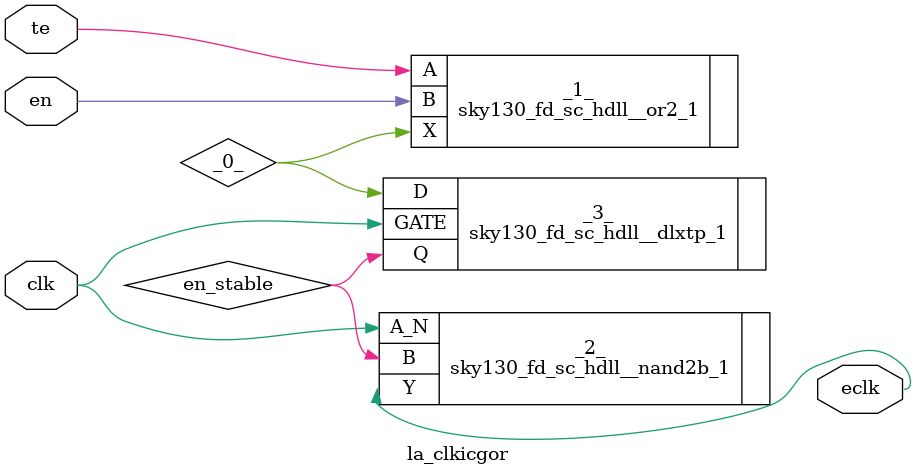
<source format=v>

/* Generated by Yosys 0.38+92 (git sha1 84116c9a3, x86_64-conda-linux-gnu-cc 11.2.0 -fvisibility-inlines-hidden -fmessage-length=0 -march=nocona -mtune=haswell -ftree-vectorize -fPIC -fstack-protector-strong -fno-plt -O2 -ffunction-sections -fdebug-prefix-map=/root/conda-eda/conda-eda/workdir/conda-env/conda-bld/yosys_1708682838165/work=/usr/local/src/conda/yosys-0.38_93_g84116c9a3 -fdebug-prefix-map=/user/projekt_pia/miniconda3/envs/sc=/usr/local/src/conda-prefix -fPIC -Os -fno-merge-constants) */

module la_clkicgor(clk, te, en, eclk);
  wire _0_;
  input clk;
  wire clk;
  output eclk;
  wire eclk;
  input en;
  wire en;
  wire en_stable;
  input te;
  wire te;
  sky130_fd_sc_hdll__or2_1 _1_ (
    .A(te),
    .B(en),
    .X(_0_)
  );
  sky130_fd_sc_hdll__nand2b_1 _2_ (
    .A_N(clk),
    .B(en_stable),
    .Y(eclk)
  );
  sky130_fd_sc_hdll__dlxtp_1 _3_ (
    .D(_0_),
    .GATE(clk),
    .Q(en_stable)
  );
endmodule

</source>
